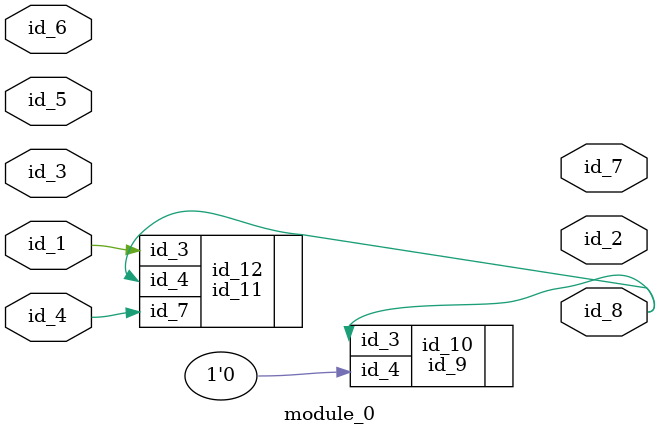
<source format=v>
module module_0 (
    id_1,
    id_2,
    id_3,
    id_4,
    id_5,
    id_6,
    id_7,
    id_8
);
  output id_8;
  output id_7;
  input id_6;
  input id_5;
  input id_4;
  input id_3;
  output id_2;
  input id_1;
  id_9 id_10 (
      .id_3(id_8),
      .id_4(1'h0)
  );
  id_11 id_12 (
      .id_3(id_1),
      .id_7(id_4),
      .id_4(id_8)
  );
endmodule

</source>
